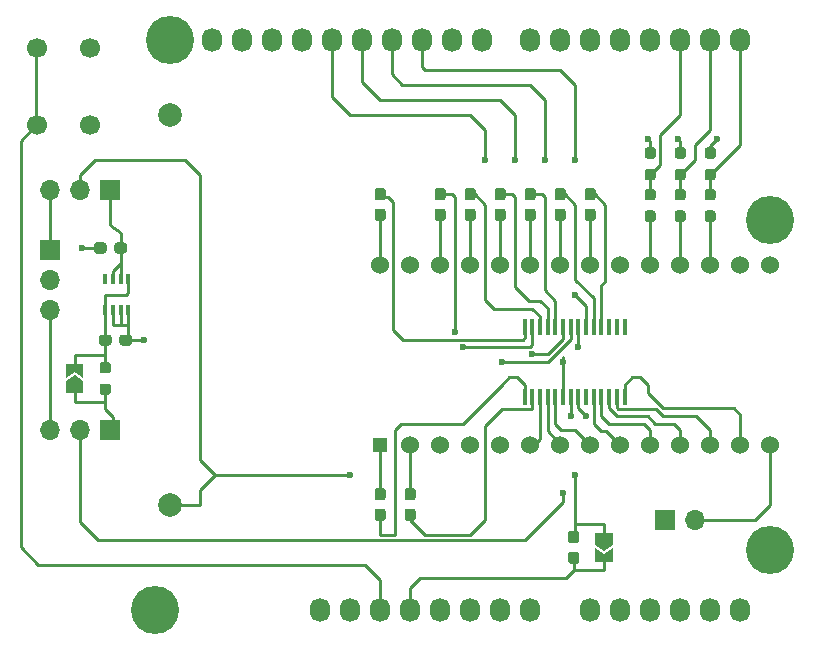
<source format=gtl>
G04 #@! TF.GenerationSoftware,KiCad,Pcbnew,5.1.12-84ad8e8a86~92~ubuntu20.04.1*
G04 #@! TF.CreationDate,2022-02-09T05:50:52+09:00*
G04 #@! TF.ProjectId,Akashi-09,416b6173-6869-42d3-9039-2e6b69636164,rev?*
G04 #@! TF.SameCoordinates,Original*
G04 #@! TF.FileFunction,Copper,L1,Top*
G04 #@! TF.FilePolarity,Positive*
%FSLAX46Y46*%
G04 Gerber Fmt 4.6, Leading zero omitted, Abs format (unit mm)*
G04 Created by KiCad (PCBNEW 5.1.12-84ad8e8a86~92~ubuntu20.04.1) date 2022-02-09 05:50:52*
%MOMM*%
%LPD*%
G01*
G04 APERTURE LIST*
G04 #@! TA.AperFunction,ComponentPad*
%ADD10C,2.000000*%
G04 #@! TD*
G04 #@! TA.AperFunction,SMDPad,CuDef*
%ADD11C,0.100000*%
G04 #@! TD*
G04 #@! TA.AperFunction,ComponentPad*
%ADD12O,1.700000X1.700000*%
G04 #@! TD*
G04 #@! TA.AperFunction,ComponentPad*
%ADD13R,1.700000X1.700000*%
G04 #@! TD*
G04 #@! TA.AperFunction,ComponentPad*
%ADD14C,1.524000*%
G04 #@! TD*
G04 #@! TA.AperFunction,ComponentPad*
%ADD15R,1.270000X1.270000*%
G04 #@! TD*
G04 #@! TA.AperFunction,SMDPad,CuDef*
%ADD16R,0.406400X0.876300*%
G04 #@! TD*
G04 #@! TA.AperFunction,ComponentPad*
%ADD17C,1.700000*%
G04 #@! TD*
G04 #@! TA.AperFunction,SMDPad,CuDef*
%ADD18R,0.355600X1.384300*%
G04 #@! TD*
G04 #@! TA.AperFunction,ComponentPad*
%ADD19O,1.727200X2.032000*%
G04 #@! TD*
G04 #@! TA.AperFunction,ComponentPad*
%ADD20C,4.064000*%
G04 #@! TD*
G04 #@! TA.AperFunction,ViaPad*
%ADD21C,0.600000*%
G04 #@! TD*
G04 #@! TA.AperFunction,Conductor*
%ADD22C,0.250000*%
G04 #@! TD*
G04 APERTURE END LIST*
D10*
G04 #@! TO.P,TP2,1*
G04 #@! TO.N,+3V3*
X126238000Y-114935000D03*
G04 #@! TD*
G04 #@! TO.P,TP1,1*
G04 #@! TO.N,GND*
X126238000Y-81915000D03*
G04 #@! TD*
G04 #@! TA.AperFunction,SMDPad,CuDef*
D11*
G04 #@! TO.P,JP5,1*
G04 #@! TO.N,+3V3*
G36*
X162998000Y-118840000D02*
G01*
X162248000Y-118340000D01*
X162248000Y-117340000D01*
X163748000Y-117340000D01*
X163748000Y-118340000D01*
X162998000Y-118840000D01*
G37*
G04 #@! TD.AperFunction*
G04 #@! TA.AperFunction,SMDPad,CuDef*
G04 #@! TO.P,JP5,2*
G04 #@! TO.N,/BASE_3.3V*
G36*
X162248000Y-119790000D02*
G01*
X162248000Y-118640000D01*
X162998000Y-119140000D01*
X163748000Y-118640000D01*
X163748000Y-119790000D01*
X162248000Y-119790000D01*
G37*
G04 #@! TD.AperFunction*
G04 #@! TD*
G04 #@! TO.P,D10,2*
G04 #@! TO.N,+3V3*
G04 #@! TA.AperFunction,SMDPad,CuDef*
G36*
G01*
X160635500Y-118215000D02*
X160160500Y-118215000D01*
G75*
G02*
X159923000Y-117977500I0J237500D01*
G01*
X159923000Y-117402500D01*
G75*
G02*
X160160500Y-117165000I237500J0D01*
G01*
X160635500Y-117165000D01*
G75*
G02*
X160873000Y-117402500I0J-237500D01*
G01*
X160873000Y-117977500D01*
G75*
G02*
X160635500Y-118215000I-237500J0D01*
G01*
G37*
G04 #@! TD.AperFunction*
G04 #@! TO.P,D10,1*
G04 #@! TO.N,/BASE_3.3V*
G04 #@! TA.AperFunction,SMDPad,CuDef*
G36*
G01*
X160635500Y-119965000D02*
X160160500Y-119965000D01*
G75*
G02*
X159923000Y-119727500I0J237500D01*
G01*
X159923000Y-119152500D01*
G75*
G02*
X160160500Y-118915000I237500J0D01*
G01*
X160635500Y-118915000D01*
G75*
G02*
X160873000Y-119152500I0J-237500D01*
G01*
X160873000Y-119727500D01*
G75*
G02*
X160635500Y-119965000I-237500J0D01*
G01*
G37*
G04 #@! TD.AperFunction*
G04 #@! TD*
D12*
G04 #@! TO.P,J2,3*
G04 #@! TO.N,Net-(J2-Pad3)*
X116078000Y-98425000D03*
G04 #@! TO.P,J2,2*
G04 #@! TO.N,GND*
X116078000Y-95885000D03*
D13*
G04 #@! TO.P,J2,1*
G04 #@! TO.N,Net-(J2-Pad1)*
X116078000Y-93345000D03*
G04 #@! TD*
D14*
G04 #@! TO.P,J1,28*
G04 #@! TO.N,/D_2*
X144018000Y-94615000D03*
G04 #@! TO.P,J1,27*
G04 #@! TO.N,Net-(J1-Pad27)*
X146558000Y-94615000D03*
G04 #@! TO.P,J1,26*
G04 #@! TO.N,/D_3*
X149098000Y-94615000D03*
G04 #@! TO.P,J1,25*
G04 #@! TO.N,/D_4*
X151638000Y-94615000D03*
G04 #@! TO.P,J1,24*
G04 #@! TO.N,/D_5*
X154178000Y-94615000D03*
G04 #@! TO.P,J1,23*
G04 #@! TO.N,/D_6*
X156718000Y-94615000D03*
G04 #@! TO.P,J1,22*
G04 #@! TO.N,/D_7*
X159258000Y-94615000D03*
G04 #@! TO.P,J1,21*
G04 #@! TO.N,/D_8*
X161798000Y-94615000D03*
G04 #@! TO.P,J1,20*
G04 #@! TO.N,Net-(J1-Pad20)*
X164338000Y-94615000D03*
G04 #@! TO.P,J1,19*
G04 #@! TO.N,/KEY3*
X166878000Y-94615000D03*
G04 #@! TO.P,J1,18*
G04 #@! TO.N,/KEY2*
X169418000Y-94615000D03*
G04 #@! TO.P,J1,17*
G04 #@! TO.N,/KEY1*
X171958000Y-94615000D03*
G04 #@! TO.P,J1,16*
G04 #@! TO.N,Net-(J1-Pad16)*
X174498000Y-94615000D03*
G04 #@! TO.P,J1,15*
G04 #@! TO.N,Net-(J1-Pad15)*
X177038000Y-94615000D03*
G04 #@! TO.P,J1,14*
G04 #@! TO.N,/+25V*
X177038000Y-109855000D03*
G04 #@! TO.P,J1,13*
G04 #@! TO.N,/SEG_DP*
X174498000Y-109855000D03*
G04 #@! TO.P,J1,12*
G04 #@! TO.N,/SEG_D*
X171958000Y-109855000D03*
G04 #@! TO.P,J1,11*
G04 #@! TO.N,/SEG_C*
X169418000Y-109855000D03*
G04 #@! TO.P,J1,10*
G04 #@! TO.N,/SEG_E*
X166878000Y-109855000D03*
G04 #@! TO.P,J1,9*
G04 #@! TO.N,/SEG_G*
X164338000Y-109855000D03*
G04 #@! TO.P,J1,8*
G04 #@! TO.N,/SEG_B*
X161798000Y-109855000D03*
G04 #@! TO.P,J1,7*
G04 #@! TO.N,/SEG_F*
X159258000Y-109855000D03*
G04 #@! TO.P,J1,6*
G04 #@! TO.N,/SEG_A*
X156718000Y-109855000D03*
G04 #@! TO.P,J1,5*
G04 #@! TO.N,Net-(J1-Pad5)*
X154178000Y-109855000D03*
G04 #@! TO.P,J1,4*
G04 #@! TO.N,GND*
X151638000Y-109855000D03*
G04 #@! TO.P,J1,3*
G04 #@! TO.N,Net-(J1-Pad3)*
X149098000Y-109855000D03*
G04 #@! TO.P,J1,2*
G04 #@! TO.N,/D_0*
X146558000Y-109855000D03*
D15*
G04 #@! TO.P,J1,1*
G04 #@! TO.N,/D_1*
X144018000Y-109855000D03*
G04 #@! TD*
D12*
G04 #@! TO.P,JP3,2*
G04 #@! TO.N,/+25V*
X170688000Y-116205000D03*
D13*
G04 #@! TO.P,JP3,1*
G04 #@! TO.N,/VBB*
X168148000Y-116205000D03*
G04 #@! TD*
D16*
G04 #@! TO.P,U2,8*
G04 #@! TO.N,Net-(U2-Pad8)*
X120748000Y-95800550D03*
G04 #@! TO.P,U2,7*
G04 #@! TO.N,Net-(C4-Pad1)*
X121397998Y-95800550D03*
G04 #@! TO.P,U2,6*
X122048000Y-95800550D03*
G04 #@! TO.P,U2,5*
G04 #@! TO.N,Net-(C3-Pad1)*
X122697998Y-95800550D03*
G04 #@! TO.P,U2,4*
G04 #@! TO.N,GND*
X122697998Y-98429450D03*
G04 #@! TO.P,U2,3*
X122048000Y-98429450D03*
G04 #@! TO.P,U2,2*
X121397998Y-98429450D03*
G04 #@! TO.P,U2,1*
G04 #@! TO.N,Net-(C3-Pad1)*
X120748000Y-98429450D03*
G04 #@! TD*
D17*
G04 #@! TO.P,SW1,1*
G04 #@! TO.N,GND*
X119448000Y-76315000D03*
G04 #@! TO.P,SW1,2*
X119448000Y-82815000D03*
G04 #@! TO.P,SW1,3*
G04 #@! TO.N,/nRESET*
X114948000Y-76315000D03*
G04 #@! TO.P,SW1,4*
X114948000Y-82815000D03*
G04 #@! TD*
G04 #@! TO.P,R16,2*
G04 #@! TO.N,Net-(JP1-Pad1)*
G04 #@! TA.AperFunction,SMDPad,CuDef*
G36*
G01*
X120510500Y-104690000D02*
X120985500Y-104690000D01*
G75*
G02*
X121223000Y-104927500I0J-237500D01*
G01*
X121223000Y-105427500D01*
G75*
G02*
X120985500Y-105665000I-237500J0D01*
G01*
X120510500Y-105665000D01*
G75*
G02*
X120273000Y-105427500I0J237500D01*
G01*
X120273000Y-104927500D01*
G75*
G02*
X120510500Y-104690000I237500J0D01*
G01*
G37*
G04 #@! TD.AperFunction*
G04 #@! TO.P,R16,1*
G04 #@! TO.N,Net-(C3-Pad1)*
G04 #@! TA.AperFunction,SMDPad,CuDef*
G36*
G01*
X120510500Y-102865000D02*
X120985500Y-102865000D01*
G75*
G02*
X121223000Y-103102500I0J-237500D01*
G01*
X121223000Y-103602500D01*
G75*
G02*
X120985500Y-103840000I-237500J0D01*
G01*
X120510500Y-103840000D01*
G75*
G02*
X120273000Y-103602500I0J237500D01*
G01*
X120273000Y-103102500D01*
G75*
G02*
X120510500Y-102865000I237500J0D01*
G01*
G37*
G04 #@! TD.AperFunction*
G04 #@! TD*
D12*
G04 #@! TO.P,JP2,3*
G04 #@! TO.N,Net-(J2-Pad1)*
X116078000Y-88265000D03*
G04 #@! TO.P,JP2,2*
G04 #@! TO.N,+3V3*
X118618000Y-88265000D03*
D13*
G04 #@! TO.P,JP2,1*
G04 #@! TO.N,Net-(C4-Pad1)*
X121158000Y-88265000D03*
G04 #@! TD*
G04 #@! TA.AperFunction,SMDPad,CuDef*
D11*
G04 #@! TO.P,JP4,1*
G04 #@! TO.N,Net-(JP1-Pad1)*
G36*
X118148000Y-103990000D02*
G01*
X118898000Y-104490000D01*
X118898000Y-105490000D01*
X117398000Y-105490000D01*
X117398000Y-104490000D01*
X118148000Y-103990000D01*
G37*
G04 #@! TD.AperFunction*
G04 #@! TA.AperFunction,SMDPad,CuDef*
G04 #@! TO.P,JP4,2*
G04 #@! TO.N,Net-(C3-Pad1)*
G36*
X118898000Y-103040000D02*
G01*
X118898000Y-104190000D01*
X118148000Y-103690000D01*
X117398000Y-104190000D01*
X117398000Y-103040000D01*
X118898000Y-103040000D01*
G37*
G04 #@! TD.AperFunction*
G04 #@! TD*
D12*
G04 #@! TO.P,JP1,3*
G04 #@! TO.N,Net-(J2-Pad3)*
X116078000Y-108585000D03*
G04 #@! TO.P,JP1,2*
G04 #@! TO.N,/VBB*
X118618000Y-108585000D03*
D13*
G04 #@! TO.P,JP1,1*
G04 #@! TO.N,Net-(JP1-Pad1)*
X121158000Y-108585000D03*
G04 #@! TD*
G04 #@! TO.P,C4,2*
G04 #@! TO.N,GND*
G04 #@! TA.AperFunction,SMDPad,CuDef*
G36*
G01*
X120860500Y-92977500D02*
X120860500Y-93452500D01*
G75*
G02*
X120623000Y-93690000I-237500J0D01*
G01*
X120023000Y-93690000D01*
G75*
G02*
X119785500Y-93452500I0J237500D01*
G01*
X119785500Y-92977500D01*
G75*
G02*
X120023000Y-92740000I237500J0D01*
G01*
X120623000Y-92740000D01*
G75*
G02*
X120860500Y-92977500I0J-237500D01*
G01*
G37*
G04 #@! TD.AperFunction*
G04 #@! TO.P,C4,1*
G04 #@! TO.N,Net-(C4-Pad1)*
G04 #@! TA.AperFunction,SMDPad,CuDef*
G36*
G01*
X122585500Y-92977500D02*
X122585500Y-93452500D01*
G75*
G02*
X122348000Y-93690000I-237500J0D01*
G01*
X121748000Y-93690000D01*
G75*
G02*
X121510500Y-93452500I0J237500D01*
G01*
X121510500Y-92977500D01*
G75*
G02*
X121748000Y-92740000I237500J0D01*
G01*
X122348000Y-92740000D01*
G75*
G02*
X122585500Y-92977500I0J-237500D01*
G01*
G37*
G04 #@! TD.AperFunction*
G04 #@! TD*
G04 #@! TO.P,C3,2*
G04 #@! TO.N,GND*
G04 #@! TA.AperFunction,SMDPad,CuDef*
G36*
G01*
X121935500Y-101252500D02*
X121935500Y-100777500D01*
G75*
G02*
X122173000Y-100540000I237500J0D01*
G01*
X122773000Y-100540000D01*
G75*
G02*
X123010500Y-100777500I0J-237500D01*
G01*
X123010500Y-101252500D01*
G75*
G02*
X122773000Y-101490000I-237500J0D01*
G01*
X122173000Y-101490000D01*
G75*
G02*
X121935500Y-101252500I0J237500D01*
G01*
G37*
G04 #@! TD.AperFunction*
G04 #@! TO.P,C3,1*
G04 #@! TO.N,Net-(C3-Pad1)*
G04 #@! TA.AperFunction,SMDPad,CuDef*
G36*
G01*
X120210500Y-101252500D02*
X120210500Y-100777500D01*
G75*
G02*
X120448000Y-100540000I237500J0D01*
G01*
X121048000Y-100540000D01*
G75*
G02*
X121285500Y-100777500I0J-237500D01*
G01*
X121285500Y-101252500D01*
G75*
G02*
X121048000Y-101490000I-237500J0D01*
G01*
X120448000Y-101490000D01*
G75*
G02*
X120210500Y-101252500I0J237500D01*
G01*
G37*
G04 #@! TD.AperFunction*
G04 #@! TD*
G04 #@! TO.P,R11,2*
G04 #@! TO.N,GND*
G04 #@! TA.AperFunction,SMDPad,CuDef*
G36*
G01*
X172195500Y-85657500D02*
X171720500Y-85657500D01*
G75*
G02*
X171483000Y-85420000I0J237500D01*
G01*
X171483000Y-84920000D01*
G75*
G02*
X171720500Y-84682500I237500J0D01*
G01*
X172195500Y-84682500D01*
G75*
G02*
X172433000Y-84920000I0J-237500D01*
G01*
X172433000Y-85420000D01*
G75*
G02*
X172195500Y-85657500I-237500J0D01*
G01*
G37*
G04 #@! TD.AperFunction*
G04 #@! TO.P,R11,1*
G04 #@! TO.N,/RKEY1*
G04 #@! TA.AperFunction,SMDPad,CuDef*
G36*
G01*
X172195500Y-87482500D02*
X171720500Y-87482500D01*
G75*
G02*
X171483000Y-87245000I0J237500D01*
G01*
X171483000Y-86745000D01*
G75*
G02*
X171720500Y-86507500I237500J0D01*
G01*
X172195500Y-86507500D01*
G75*
G02*
X172433000Y-86745000I0J-237500D01*
G01*
X172433000Y-87245000D01*
G75*
G02*
X172195500Y-87482500I-237500J0D01*
G01*
G37*
G04 #@! TD.AperFunction*
G04 #@! TD*
G04 #@! TO.P,R10,2*
G04 #@! TO.N,/RKEY1*
G04 #@! TA.AperFunction,SMDPad,CuDef*
G36*
G01*
X172195500Y-89187500D02*
X171720500Y-89187500D01*
G75*
G02*
X171483000Y-88950000I0J237500D01*
G01*
X171483000Y-88450000D01*
G75*
G02*
X171720500Y-88212500I237500J0D01*
G01*
X172195500Y-88212500D01*
G75*
G02*
X172433000Y-88450000I0J-237500D01*
G01*
X172433000Y-88950000D01*
G75*
G02*
X172195500Y-89187500I-237500J0D01*
G01*
G37*
G04 #@! TD.AperFunction*
G04 #@! TO.P,R10,1*
G04 #@! TO.N,/KEY1*
G04 #@! TA.AperFunction,SMDPad,CuDef*
G36*
G01*
X172195500Y-91012500D02*
X171720500Y-91012500D01*
G75*
G02*
X171483000Y-90775000I0J237500D01*
G01*
X171483000Y-90275000D01*
G75*
G02*
X171720500Y-90037500I237500J0D01*
G01*
X172195500Y-90037500D01*
G75*
G02*
X172433000Y-90275000I0J-237500D01*
G01*
X172433000Y-90775000D01*
G75*
G02*
X172195500Y-91012500I-237500J0D01*
G01*
G37*
G04 #@! TD.AperFunction*
G04 #@! TD*
G04 #@! TO.P,R13,2*
G04 #@! TO.N,GND*
G04 #@! TA.AperFunction,SMDPad,CuDef*
G36*
G01*
X169655500Y-85657500D02*
X169180500Y-85657500D01*
G75*
G02*
X168943000Y-85420000I0J237500D01*
G01*
X168943000Y-84920000D01*
G75*
G02*
X169180500Y-84682500I237500J0D01*
G01*
X169655500Y-84682500D01*
G75*
G02*
X169893000Y-84920000I0J-237500D01*
G01*
X169893000Y-85420000D01*
G75*
G02*
X169655500Y-85657500I-237500J0D01*
G01*
G37*
G04 #@! TD.AperFunction*
G04 #@! TO.P,R13,1*
G04 #@! TO.N,/RKEY2*
G04 #@! TA.AperFunction,SMDPad,CuDef*
G36*
G01*
X169655500Y-87482500D02*
X169180500Y-87482500D01*
G75*
G02*
X168943000Y-87245000I0J237500D01*
G01*
X168943000Y-86745000D01*
G75*
G02*
X169180500Y-86507500I237500J0D01*
G01*
X169655500Y-86507500D01*
G75*
G02*
X169893000Y-86745000I0J-237500D01*
G01*
X169893000Y-87245000D01*
G75*
G02*
X169655500Y-87482500I-237500J0D01*
G01*
G37*
G04 #@! TD.AperFunction*
G04 #@! TD*
G04 #@! TO.P,R12,2*
G04 #@! TO.N,/RKEY2*
G04 #@! TA.AperFunction,SMDPad,CuDef*
G36*
G01*
X169655500Y-89187500D02*
X169180500Y-89187500D01*
G75*
G02*
X168943000Y-88950000I0J237500D01*
G01*
X168943000Y-88450000D01*
G75*
G02*
X169180500Y-88212500I237500J0D01*
G01*
X169655500Y-88212500D01*
G75*
G02*
X169893000Y-88450000I0J-237500D01*
G01*
X169893000Y-88950000D01*
G75*
G02*
X169655500Y-89187500I-237500J0D01*
G01*
G37*
G04 #@! TD.AperFunction*
G04 #@! TO.P,R12,1*
G04 #@! TO.N,/KEY2*
G04 #@! TA.AperFunction,SMDPad,CuDef*
G36*
G01*
X169655500Y-91012500D02*
X169180500Y-91012500D01*
G75*
G02*
X168943000Y-90775000I0J237500D01*
G01*
X168943000Y-90275000D01*
G75*
G02*
X169180500Y-90037500I237500J0D01*
G01*
X169655500Y-90037500D01*
G75*
G02*
X169893000Y-90275000I0J-237500D01*
G01*
X169893000Y-90775000D01*
G75*
G02*
X169655500Y-91012500I-237500J0D01*
G01*
G37*
G04 #@! TD.AperFunction*
G04 #@! TD*
G04 #@! TO.P,R15,2*
G04 #@! TO.N,GND*
G04 #@! TA.AperFunction,SMDPad,CuDef*
G36*
G01*
X167115500Y-85657500D02*
X166640500Y-85657500D01*
G75*
G02*
X166403000Y-85420000I0J237500D01*
G01*
X166403000Y-84920000D01*
G75*
G02*
X166640500Y-84682500I237500J0D01*
G01*
X167115500Y-84682500D01*
G75*
G02*
X167353000Y-84920000I0J-237500D01*
G01*
X167353000Y-85420000D01*
G75*
G02*
X167115500Y-85657500I-237500J0D01*
G01*
G37*
G04 #@! TD.AperFunction*
G04 #@! TO.P,R15,1*
G04 #@! TO.N,/RKEY3*
G04 #@! TA.AperFunction,SMDPad,CuDef*
G36*
G01*
X167115500Y-87482500D02*
X166640500Y-87482500D01*
G75*
G02*
X166403000Y-87245000I0J237500D01*
G01*
X166403000Y-86745000D01*
G75*
G02*
X166640500Y-86507500I237500J0D01*
G01*
X167115500Y-86507500D01*
G75*
G02*
X167353000Y-86745000I0J-237500D01*
G01*
X167353000Y-87245000D01*
G75*
G02*
X167115500Y-87482500I-237500J0D01*
G01*
G37*
G04 #@! TD.AperFunction*
G04 #@! TD*
G04 #@! TO.P,R14,2*
G04 #@! TO.N,/RKEY3*
G04 #@! TA.AperFunction,SMDPad,CuDef*
G36*
G01*
X167115500Y-89187500D02*
X166640500Y-89187500D01*
G75*
G02*
X166403000Y-88950000I0J237500D01*
G01*
X166403000Y-88450000D01*
G75*
G02*
X166640500Y-88212500I237500J0D01*
G01*
X167115500Y-88212500D01*
G75*
G02*
X167353000Y-88450000I0J-237500D01*
G01*
X167353000Y-88950000D01*
G75*
G02*
X167115500Y-89187500I-237500J0D01*
G01*
G37*
G04 #@! TD.AperFunction*
G04 #@! TO.P,R14,1*
G04 #@! TO.N,/KEY3*
G04 #@! TA.AperFunction,SMDPad,CuDef*
G36*
G01*
X167115500Y-91012500D02*
X166640500Y-91012500D01*
G75*
G02*
X166403000Y-90775000I0J237500D01*
G01*
X166403000Y-90275000D01*
G75*
G02*
X166640500Y-90037500I237500J0D01*
G01*
X167115500Y-90037500D01*
G75*
G02*
X167353000Y-90275000I0J-237500D01*
G01*
X167353000Y-90775000D01*
G75*
G02*
X167115500Y-91012500I-237500J0D01*
G01*
G37*
G04 #@! TD.AperFunction*
G04 #@! TD*
G04 #@! TO.P,D1,2*
G04 #@! TO.N,Net-(D1-Pad2)*
G04 #@! TA.AperFunction,SMDPad,CuDef*
G36*
G01*
X146320500Y-115285000D02*
X146795500Y-115285000D01*
G75*
G02*
X147033000Y-115522500I0J-237500D01*
G01*
X147033000Y-116097500D01*
G75*
G02*
X146795500Y-116335000I-237500J0D01*
G01*
X146320500Y-116335000D01*
G75*
G02*
X146083000Y-116097500I0J237500D01*
G01*
X146083000Y-115522500D01*
G75*
G02*
X146320500Y-115285000I237500J0D01*
G01*
G37*
G04 #@! TD.AperFunction*
G04 #@! TO.P,D1,1*
G04 #@! TO.N,/D_0*
G04 #@! TA.AperFunction,SMDPad,CuDef*
G36*
G01*
X146320500Y-113535000D02*
X146795500Y-113535000D01*
G75*
G02*
X147033000Y-113772500I0J-237500D01*
G01*
X147033000Y-114347500D01*
G75*
G02*
X146795500Y-114585000I-237500J0D01*
G01*
X146320500Y-114585000D01*
G75*
G02*
X146083000Y-114347500I0J237500D01*
G01*
X146083000Y-113772500D01*
G75*
G02*
X146320500Y-113535000I237500J0D01*
G01*
G37*
G04 #@! TD.AperFunction*
G04 #@! TD*
G04 #@! TO.P,D4,2*
G04 #@! TO.N,Net-(D4-Pad2)*
G04 #@! TA.AperFunction,SMDPad,CuDef*
G36*
G01*
X149335500Y-89185000D02*
X148860500Y-89185000D01*
G75*
G02*
X148623000Y-88947500I0J237500D01*
G01*
X148623000Y-88372500D01*
G75*
G02*
X148860500Y-88135000I237500J0D01*
G01*
X149335500Y-88135000D01*
G75*
G02*
X149573000Y-88372500I0J-237500D01*
G01*
X149573000Y-88947500D01*
G75*
G02*
X149335500Y-89185000I-237500J0D01*
G01*
G37*
G04 #@! TD.AperFunction*
G04 #@! TO.P,D4,1*
G04 #@! TO.N,/D_3*
G04 #@! TA.AperFunction,SMDPad,CuDef*
G36*
G01*
X149335500Y-90935000D02*
X148860500Y-90935000D01*
G75*
G02*
X148623000Y-90697500I0J237500D01*
G01*
X148623000Y-90122500D01*
G75*
G02*
X148860500Y-89885000I237500J0D01*
G01*
X149335500Y-89885000D01*
G75*
G02*
X149573000Y-90122500I0J-237500D01*
G01*
X149573000Y-90697500D01*
G75*
G02*
X149335500Y-90935000I-237500J0D01*
G01*
G37*
G04 #@! TD.AperFunction*
G04 #@! TD*
G04 #@! TO.P,D6,2*
G04 #@! TO.N,Net-(D6-Pad2)*
G04 #@! TA.AperFunction,SMDPad,CuDef*
G36*
G01*
X154415500Y-89185000D02*
X153940500Y-89185000D01*
G75*
G02*
X153703000Y-88947500I0J237500D01*
G01*
X153703000Y-88372500D01*
G75*
G02*
X153940500Y-88135000I237500J0D01*
G01*
X154415500Y-88135000D01*
G75*
G02*
X154653000Y-88372500I0J-237500D01*
G01*
X154653000Y-88947500D01*
G75*
G02*
X154415500Y-89185000I-237500J0D01*
G01*
G37*
G04 #@! TD.AperFunction*
G04 #@! TO.P,D6,1*
G04 #@! TO.N,/D_5*
G04 #@! TA.AperFunction,SMDPad,CuDef*
G36*
G01*
X154415500Y-90935000D02*
X153940500Y-90935000D01*
G75*
G02*
X153703000Y-90697500I0J237500D01*
G01*
X153703000Y-90122500D01*
G75*
G02*
X153940500Y-89885000I237500J0D01*
G01*
X154415500Y-89885000D01*
G75*
G02*
X154653000Y-90122500I0J-237500D01*
G01*
X154653000Y-90697500D01*
G75*
G02*
X154415500Y-90935000I-237500J0D01*
G01*
G37*
G04 #@! TD.AperFunction*
G04 #@! TD*
G04 #@! TO.P,D8,2*
G04 #@! TO.N,Net-(D8-Pad2)*
G04 #@! TA.AperFunction,SMDPad,CuDef*
G36*
G01*
X159495500Y-89185000D02*
X159020500Y-89185000D01*
G75*
G02*
X158783000Y-88947500I0J237500D01*
G01*
X158783000Y-88372500D01*
G75*
G02*
X159020500Y-88135000I237500J0D01*
G01*
X159495500Y-88135000D01*
G75*
G02*
X159733000Y-88372500I0J-237500D01*
G01*
X159733000Y-88947500D01*
G75*
G02*
X159495500Y-89185000I-237500J0D01*
G01*
G37*
G04 #@! TD.AperFunction*
G04 #@! TO.P,D8,1*
G04 #@! TO.N,/D_7*
G04 #@! TA.AperFunction,SMDPad,CuDef*
G36*
G01*
X159495500Y-90935000D02*
X159020500Y-90935000D01*
G75*
G02*
X158783000Y-90697500I0J237500D01*
G01*
X158783000Y-90122500D01*
G75*
G02*
X159020500Y-89885000I237500J0D01*
G01*
X159495500Y-89885000D01*
G75*
G02*
X159733000Y-90122500I0J-237500D01*
G01*
X159733000Y-90697500D01*
G75*
G02*
X159495500Y-90935000I-237500J0D01*
G01*
G37*
G04 #@! TD.AperFunction*
G04 #@! TD*
G04 #@! TO.P,D2,2*
G04 #@! TO.N,Net-(D2-Pad2)*
G04 #@! TA.AperFunction,SMDPad,CuDef*
G36*
G01*
X143780500Y-115285000D02*
X144255500Y-115285000D01*
G75*
G02*
X144493000Y-115522500I0J-237500D01*
G01*
X144493000Y-116097500D01*
G75*
G02*
X144255500Y-116335000I-237500J0D01*
G01*
X143780500Y-116335000D01*
G75*
G02*
X143543000Y-116097500I0J237500D01*
G01*
X143543000Y-115522500D01*
G75*
G02*
X143780500Y-115285000I237500J0D01*
G01*
G37*
G04 #@! TD.AperFunction*
G04 #@! TO.P,D2,1*
G04 #@! TO.N,/D_1*
G04 #@! TA.AperFunction,SMDPad,CuDef*
G36*
G01*
X143780500Y-113535000D02*
X144255500Y-113535000D01*
G75*
G02*
X144493000Y-113772500I0J-237500D01*
G01*
X144493000Y-114347500D01*
G75*
G02*
X144255500Y-114585000I-237500J0D01*
G01*
X143780500Y-114585000D01*
G75*
G02*
X143543000Y-114347500I0J237500D01*
G01*
X143543000Y-113772500D01*
G75*
G02*
X143780500Y-113535000I237500J0D01*
G01*
G37*
G04 #@! TD.AperFunction*
G04 #@! TD*
G04 #@! TO.P,D3,2*
G04 #@! TO.N,Net-(D3-Pad2)*
G04 #@! TA.AperFunction,SMDPad,CuDef*
G36*
G01*
X144255500Y-89185000D02*
X143780500Y-89185000D01*
G75*
G02*
X143543000Y-88947500I0J237500D01*
G01*
X143543000Y-88372500D01*
G75*
G02*
X143780500Y-88135000I237500J0D01*
G01*
X144255500Y-88135000D01*
G75*
G02*
X144493000Y-88372500I0J-237500D01*
G01*
X144493000Y-88947500D01*
G75*
G02*
X144255500Y-89185000I-237500J0D01*
G01*
G37*
G04 #@! TD.AperFunction*
G04 #@! TO.P,D3,1*
G04 #@! TO.N,/D_2*
G04 #@! TA.AperFunction,SMDPad,CuDef*
G36*
G01*
X144255500Y-90935000D02*
X143780500Y-90935000D01*
G75*
G02*
X143543000Y-90697500I0J237500D01*
G01*
X143543000Y-90122500D01*
G75*
G02*
X143780500Y-89885000I237500J0D01*
G01*
X144255500Y-89885000D01*
G75*
G02*
X144493000Y-90122500I0J-237500D01*
G01*
X144493000Y-90697500D01*
G75*
G02*
X144255500Y-90935000I-237500J0D01*
G01*
G37*
G04 #@! TD.AperFunction*
G04 #@! TD*
G04 #@! TO.P,D5,2*
G04 #@! TO.N,Net-(D5-Pad2)*
G04 #@! TA.AperFunction,SMDPad,CuDef*
G36*
G01*
X151875500Y-89185000D02*
X151400500Y-89185000D01*
G75*
G02*
X151163000Y-88947500I0J237500D01*
G01*
X151163000Y-88372500D01*
G75*
G02*
X151400500Y-88135000I237500J0D01*
G01*
X151875500Y-88135000D01*
G75*
G02*
X152113000Y-88372500I0J-237500D01*
G01*
X152113000Y-88947500D01*
G75*
G02*
X151875500Y-89185000I-237500J0D01*
G01*
G37*
G04 #@! TD.AperFunction*
G04 #@! TO.P,D5,1*
G04 #@! TO.N,/D_4*
G04 #@! TA.AperFunction,SMDPad,CuDef*
G36*
G01*
X151875500Y-90935000D02*
X151400500Y-90935000D01*
G75*
G02*
X151163000Y-90697500I0J237500D01*
G01*
X151163000Y-90122500D01*
G75*
G02*
X151400500Y-89885000I237500J0D01*
G01*
X151875500Y-89885000D01*
G75*
G02*
X152113000Y-90122500I0J-237500D01*
G01*
X152113000Y-90697500D01*
G75*
G02*
X151875500Y-90935000I-237500J0D01*
G01*
G37*
G04 #@! TD.AperFunction*
G04 #@! TD*
G04 #@! TO.P,D7,2*
G04 #@! TO.N,Net-(D7-Pad2)*
G04 #@! TA.AperFunction,SMDPad,CuDef*
G36*
G01*
X156955500Y-89185000D02*
X156480500Y-89185000D01*
G75*
G02*
X156243000Y-88947500I0J237500D01*
G01*
X156243000Y-88372500D01*
G75*
G02*
X156480500Y-88135000I237500J0D01*
G01*
X156955500Y-88135000D01*
G75*
G02*
X157193000Y-88372500I0J-237500D01*
G01*
X157193000Y-88947500D01*
G75*
G02*
X156955500Y-89185000I-237500J0D01*
G01*
G37*
G04 #@! TD.AperFunction*
G04 #@! TO.P,D7,1*
G04 #@! TO.N,/D_6*
G04 #@! TA.AperFunction,SMDPad,CuDef*
G36*
G01*
X156955500Y-90935000D02*
X156480500Y-90935000D01*
G75*
G02*
X156243000Y-90697500I0J237500D01*
G01*
X156243000Y-90122500D01*
G75*
G02*
X156480500Y-89885000I237500J0D01*
G01*
X156955500Y-89885000D01*
G75*
G02*
X157193000Y-90122500I0J-237500D01*
G01*
X157193000Y-90697500D01*
G75*
G02*
X156955500Y-90935000I-237500J0D01*
G01*
G37*
G04 #@! TD.AperFunction*
G04 #@! TD*
G04 #@! TO.P,D9,2*
G04 #@! TO.N,Net-(D9-Pad2)*
G04 #@! TA.AperFunction,SMDPad,CuDef*
G36*
G01*
X162035500Y-89185000D02*
X161560500Y-89185000D01*
G75*
G02*
X161323000Y-88947500I0J237500D01*
G01*
X161323000Y-88372500D01*
G75*
G02*
X161560500Y-88135000I237500J0D01*
G01*
X162035500Y-88135000D01*
G75*
G02*
X162273000Y-88372500I0J-237500D01*
G01*
X162273000Y-88947500D01*
G75*
G02*
X162035500Y-89185000I-237500J0D01*
G01*
G37*
G04 #@! TD.AperFunction*
G04 #@! TO.P,D9,1*
G04 #@! TO.N,/D_8*
G04 #@! TA.AperFunction,SMDPad,CuDef*
G36*
G01*
X162035500Y-90935000D02*
X161560500Y-90935000D01*
G75*
G02*
X161323000Y-90697500I0J237500D01*
G01*
X161323000Y-90122500D01*
G75*
G02*
X161560500Y-89885000I237500J0D01*
G01*
X162035500Y-89885000D01*
G75*
G02*
X162273000Y-90122500I0J-237500D01*
G01*
X162273000Y-90697500D01*
G75*
G02*
X162035500Y-90935000I-237500J0D01*
G01*
G37*
G04 #@! TD.AperFunction*
G04 #@! TD*
D18*
G04 #@! TO.P,U1,28*
G04 #@! TO.N,Net-(D3-Pad2)*
X156258000Y-99934950D03*
G04 #@! TO.P,U1,27*
G04 #@! TO.N,Net-(D4-Pad2)*
X156908001Y-99934950D03*
G04 #@! TO.P,U1,26*
G04 #@! TO.N,Net-(D5-Pad2)*
X157558000Y-99934950D03*
G04 #@! TO.P,U1,25*
G04 #@! TO.N,Net-(D6-Pad2)*
X158208001Y-99934950D03*
G04 #@! TO.P,U1,24*
G04 #@! TO.N,Net-(D7-Pad2)*
X158857999Y-99934950D03*
G04 #@! TO.P,U1,23*
G04 #@! TO.N,/LOAD*
X159508001Y-99934950D03*
G04 #@! TO.P,U1,22*
G04 #@! TO.N,/SCK*
X160157999Y-99934950D03*
G04 #@! TO.P,U1,21*
G04 #@! TO.N,GND*
X160808001Y-99934950D03*
G04 #@! TO.P,U1,20*
G04 #@! TO.N,/BLANK*
X161457999Y-99934950D03*
G04 #@! TO.P,U1,19*
G04 #@! TO.N,Net-(D8-Pad2)*
X162108001Y-99934950D03*
G04 #@! TO.P,U1,18*
G04 #@! TO.N,Net-(D9-Pad2)*
X162757999Y-99934950D03*
G04 #@! TO.P,U1,17*
G04 #@! TO.N,Net-(U1-Pad17)*
X163408000Y-99934950D03*
G04 #@! TO.P,U1,16*
G04 #@! TO.N,Net-(U1-Pad16)*
X164057999Y-99934950D03*
G04 #@! TO.P,U1,15*
G04 #@! TO.N,Net-(U1-Pad15)*
X164708000Y-99934950D03*
G04 #@! TO.P,U1,14*
G04 #@! TO.N,/SEG_DP*
X164707998Y-105815050D03*
G04 #@! TO.P,U1,13*
G04 #@! TO.N,/SEG_D*
X164057999Y-105815050D03*
G04 #@! TO.P,U1,12*
G04 #@! TO.N,/SEG_C*
X163407998Y-105815050D03*
G04 #@! TO.P,U1,11*
G04 #@! TO.N,/SEG_E*
X162757999Y-105815050D03*
G04 #@! TO.P,U1,10*
G04 #@! TO.N,/SEG_G*
X162107998Y-105815050D03*
G04 #@! TO.P,U1,9*
G04 #@! TO.N,Net-(U1-Pad9)*
X161457999Y-105815050D03*
G04 #@! TO.P,U1,8*
G04 #@! TO.N,/VBB*
X160807998Y-105815050D03*
G04 #@! TO.P,U1,7*
G04 #@! TO.N,+3V3*
X160157999Y-105815050D03*
G04 #@! TO.P,U1,6*
G04 #@! TO.N,/MOSI*
X159508001Y-105815050D03*
G04 #@! TO.P,U1,5*
G04 #@! TO.N,/SEG_B*
X158857999Y-105815050D03*
G04 #@! TO.P,U1,4*
G04 #@! TO.N,/SEG_F*
X158208001Y-105815050D03*
G04 #@! TO.P,U1,3*
G04 #@! TO.N,/SEG_A*
X157558000Y-105815050D03*
G04 #@! TO.P,U1,2*
G04 #@! TO.N,Net-(D1-Pad2)*
X156908001Y-105815050D03*
G04 #@! TO.P,U1,1*
G04 #@! TO.N,Net-(D2-Pad2)*
X156258000Y-105815050D03*
G04 #@! TD*
D19*
G04 #@! TO.P,P1,1*
G04 #@! TO.N,Net-(P1-Pad1)*
X138938000Y-123825000D03*
G04 #@! TO.P,P1,2*
G04 #@! TO.N,Net-(P1-Pad2)*
X141478000Y-123825000D03*
G04 #@! TO.P,P1,3*
G04 #@! TO.N,/nRESET*
X144018000Y-123825000D03*
G04 #@! TO.P,P1,4*
G04 #@! TO.N,/BASE_3.3V*
X146558000Y-123825000D03*
G04 #@! TO.P,P1,5*
G04 #@! TO.N,Net-(P1-Pad5)*
X149098000Y-123825000D03*
G04 #@! TO.P,P1,6*
G04 #@! TO.N,GND*
X151638000Y-123825000D03*
G04 #@! TO.P,P1,7*
X154178000Y-123825000D03*
G04 #@! TO.P,P1,8*
G04 #@! TO.N,Net-(P1-Pad8)*
X156718000Y-123825000D03*
G04 #@! TD*
G04 #@! TO.P,P2,1*
G04 #@! TO.N,Net-(P2-Pad1)*
X161798000Y-123825000D03*
G04 #@! TO.P,P2,2*
G04 #@! TO.N,Net-(P2-Pad2)*
X164338000Y-123825000D03*
G04 #@! TO.P,P2,3*
G04 #@! TO.N,Net-(P2-Pad3)*
X166878000Y-123825000D03*
G04 #@! TO.P,P2,4*
G04 #@! TO.N,Net-(P2-Pad4)*
X169418000Y-123825000D03*
G04 #@! TO.P,P2,5*
G04 #@! TO.N,Net-(P2-Pad5)*
X171958000Y-123825000D03*
G04 #@! TO.P,P2,6*
G04 #@! TO.N,Net-(P2-Pad6)*
X174498000Y-123825000D03*
G04 #@! TD*
G04 #@! TO.P,P3,1*
G04 #@! TO.N,Net-(P3-Pad1)*
X129794000Y-75565000D03*
G04 #@! TO.P,P3,2*
G04 #@! TO.N,Net-(P3-Pad2)*
X132334000Y-75565000D03*
G04 #@! TO.P,P3,3*
G04 #@! TO.N,Net-(P3-Pad3)*
X134874000Y-75565000D03*
G04 #@! TO.P,P3,4*
G04 #@! TO.N,GND*
X137414000Y-75565000D03*
G04 #@! TO.P,P3,5*
G04 #@! TO.N,/SCK*
X139954000Y-75565000D03*
G04 #@! TO.P,P3,6*
G04 #@! TO.N,/LOAD*
X142494000Y-75565000D03*
G04 #@! TO.P,P3,7*
G04 #@! TO.N,/MOSI*
X145034000Y-75565000D03*
G04 #@! TO.P,P3,8*
G04 #@! TO.N,/BLANK*
X147574000Y-75565000D03*
G04 #@! TO.P,P3,9*
G04 #@! TO.N,Net-(P3-Pad9)*
X150114000Y-75565000D03*
G04 #@! TO.P,P3,10*
G04 #@! TO.N,Net-(P3-Pad10)*
X152654000Y-75565000D03*
G04 #@! TD*
G04 #@! TO.P,P4,1*
G04 #@! TO.N,Net-(P4-Pad1)*
X156718000Y-75565000D03*
G04 #@! TO.P,P4,2*
G04 #@! TO.N,Net-(P4-Pad2)*
X159258000Y-75565000D03*
G04 #@! TO.P,P4,3*
G04 #@! TO.N,Net-(P4-Pad3)*
X161798000Y-75565000D03*
G04 #@! TO.P,P4,4*
G04 #@! TO.N,Net-(P4-Pad4)*
X164338000Y-75565000D03*
G04 #@! TO.P,P4,5*
G04 #@! TO.N,Net-(P4-Pad5)*
X166878000Y-75565000D03*
G04 #@! TO.P,P4,6*
G04 #@! TO.N,/RKEY3*
X169418000Y-75565000D03*
G04 #@! TO.P,P4,7*
G04 #@! TO.N,/RKEY2*
X171958000Y-75565000D03*
G04 #@! TO.P,P4,8*
G04 #@! TO.N,/RKEY1*
X174498000Y-75565000D03*
G04 #@! TD*
D20*
G04 #@! TO.P,P5,1*
G04 #@! TO.N,Net-(P5-Pad1)*
X124968000Y-123825000D03*
G04 #@! TD*
G04 #@! TO.P,P6,1*
G04 #@! TO.N,Net-(P6-Pad1)*
X177038000Y-118745000D03*
G04 #@! TD*
G04 #@! TO.P,P7,1*
G04 #@! TO.N,Net-(P7-Pad1)*
X126238000Y-75565000D03*
G04 #@! TD*
G04 #@! TO.P,P8,1*
G04 #@! TO.N,Net-(P8-Pad1)*
X177038000Y-90805000D03*
G04 #@! TD*
D21*
G04 #@! TO.N,GND*
X160808000Y-101575000D03*
X169258000Y-84025000D03*
X166658000Y-84025000D03*
X172508000Y-84025000D03*
X123998000Y-101015000D03*
X118798000Y-93215000D03*
G04 #@! TO.N,+3V3*
X160158000Y-107425000D03*
X160528000Y-112395000D03*
X141478000Y-112395000D03*
G04 #@! TO.N,/SCK*
X152908000Y-85725000D03*
X154308000Y-102875000D03*
G04 #@! TO.N,/LOAD*
X155448000Y-85725000D03*
X156908000Y-102225000D03*
G04 #@! TO.N,/MOSI*
X159508001Y-102874999D03*
X157988000Y-85725000D03*
G04 #@! TO.N,/BLANK*
X160528000Y-97155000D03*
X160528000Y-85725000D03*
G04 #@! TO.N,Net-(D4-Pad2)*
X150368000Y-100330000D03*
X151003000Y-101600000D03*
G04 #@! TO.N,/VBB*
X161458000Y-107425000D03*
X159508000Y-113925000D03*
G04 #@! TD*
D22*
G04 #@! TO.N,GND*
X160808001Y-101574999D02*
X160808000Y-101575000D01*
X160808001Y-99934950D02*
X160808001Y-101574999D01*
X169418000Y-84185000D02*
X169258000Y-84025000D01*
X169418000Y-85170000D02*
X169418000Y-84185000D01*
X166878000Y-85170000D02*
X166878000Y-84245000D01*
X166878000Y-84245000D02*
X166658000Y-84025000D01*
X171958000Y-84575000D02*
X172508000Y-84025000D01*
X171958000Y-85170000D02*
X171958000Y-84575000D01*
X122697998Y-101014998D02*
X122698000Y-101015000D01*
X122473000Y-101015000D02*
X123998000Y-101015000D01*
X122697998Y-100364998D02*
X122697998Y-101014998D01*
X122697998Y-98415000D02*
X122697998Y-100364998D01*
X121397998Y-99714998D02*
X122048000Y-99715000D01*
X121398000Y-98415000D02*
X121397998Y-99714998D01*
X122048000Y-98415000D02*
X122048000Y-99715000D01*
X122048000Y-99715000D02*
X122697998Y-99715002D01*
X120323000Y-93215000D02*
X118798000Y-93215000D01*
G04 #@! TO.N,+3V3*
X160157999Y-107424999D02*
X160158000Y-107425000D01*
X160157999Y-105815050D02*
X160157999Y-107424999D01*
X160528000Y-112395000D02*
X160528000Y-116205000D01*
X118618000Y-86995000D02*
X118618000Y-88265000D01*
X119888000Y-85725000D02*
X118618000Y-86995000D01*
X127508000Y-85725000D02*
X119888000Y-85725000D01*
X128778000Y-111125000D02*
X128778000Y-86995000D01*
X128778000Y-86995000D02*
X127508000Y-85725000D01*
X130048000Y-112395000D02*
X128778000Y-111125000D01*
X141478000Y-112395000D02*
X130048000Y-112395000D01*
X160528000Y-117785000D02*
X160398000Y-117915000D01*
X162998000Y-117840000D02*
X162998000Y-116615000D01*
X162998000Y-116615000D02*
X160658000Y-116615000D01*
X160658000Y-116615000D02*
X160528000Y-116485000D01*
X160528000Y-116485000D02*
X160528000Y-117785000D01*
X160528000Y-116205000D02*
X160528000Y-116485000D01*
X126238000Y-114935000D02*
X128778000Y-114935000D01*
X128778000Y-114935000D02*
X128778000Y-113665000D01*
X128778000Y-113665000D02*
X130048000Y-112395000D01*
G04 #@! TO.N,/KEY3*
X166878000Y-90525000D02*
X166878000Y-94615000D01*
G04 #@! TO.N,/KEY2*
X169418000Y-90525000D02*
X169418000Y-94615000D01*
G04 #@! TO.N,/KEY1*
X171958000Y-90525000D02*
X171958000Y-94615000D01*
G04 #@! TO.N,/+25V*
X177038000Y-109855000D02*
X177038000Y-114935000D01*
X177038000Y-114935000D02*
X175768000Y-116205000D01*
X175768000Y-116205000D02*
X170688000Y-116205000D01*
G04 #@! TO.N,/SEG_DP*
X164707998Y-105815050D02*
X164707998Y-104825002D01*
X164707998Y-104825002D02*
X165358000Y-104175000D01*
X165358000Y-104175000D02*
X166008000Y-104175000D01*
X166008000Y-104175000D02*
X166658000Y-104825000D01*
X166658000Y-104825000D02*
X166658000Y-105475000D01*
X166658000Y-105475000D02*
X167308000Y-106125000D01*
X167308000Y-106125000D02*
X167958000Y-106775000D01*
X167958000Y-106775000D02*
X171858000Y-106775000D01*
X171858000Y-106775000D02*
X173958000Y-106775000D01*
X173958000Y-106775000D02*
X174498000Y-107315000D01*
X174498000Y-107315000D02*
X174498000Y-109855000D01*
G04 #@! TO.N,/SEG_D*
X164133000Y-106832201D02*
X167365201Y-106832201D01*
X164057999Y-106757200D02*
X164133000Y-106832201D01*
X164057999Y-105815050D02*
X164057999Y-106757200D01*
X167365201Y-106832201D02*
X167958000Y-107425000D01*
X167958000Y-107425000D02*
X170798000Y-107425000D01*
X170798000Y-107425000D02*
X171958000Y-108585000D01*
X171958000Y-108585000D02*
X171958000Y-109855000D01*
G04 #@! TO.N,/SEG_C*
X163407998Y-105815050D02*
X163407998Y-106774998D01*
X163407998Y-106774998D02*
X164058000Y-107425000D01*
X164058000Y-107425000D02*
X166658000Y-107425000D01*
X166658000Y-107425000D02*
X167308000Y-108075000D01*
X167308000Y-108075000D02*
X168608000Y-108075000D01*
X168608000Y-108075000D02*
X168908000Y-108075000D01*
X168908000Y-108075000D02*
X169418000Y-108585000D01*
X169418000Y-108585000D02*
X169418000Y-109855000D01*
G04 #@! TO.N,/SEG_E*
X162757999Y-105815050D02*
X162758000Y-106757201D01*
X162758000Y-106757201D02*
X162758000Y-107425000D01*
X162758000Y-107425000D02*
X163408000Y-108075000D01*
X163408000Y-108075000D02*
X166368000Y-108075000D01*
X166368000Y-108075000D02*
X166878000Y-108585000D01*
X166878000Y-108585000D02*
X166878000Y-109855000D01*
G04 #@! TO.N,/SEG_G*
X162107998Y-105815050D02*
X162107998Y-108074998D01*
X162107998Y-108074998D02*
X162709111Y-108676111D01*
X162709111Y-108676111D02*
X163159111Y-108676111D01*
X163159111Y-108676111D02*
X164338000Y-109855000D01*
G04 #@! TO.N,/SEG_B*
X158857999Y-105815050D02*
X158857999Y-106757200D01*
X158857999Y-106757200D02*
X158857999Y-108074999D01*
X158857999Y-108074999D02*
X159368000Y-108585000D01*
X159368000Y-108585000D02*
X160528000Y-108585000D01*
X160528000Y-108585000D02*
X161798000Y-109855000D01*
G04 #@! TO.N,/SEG_F*
X158208001Y-105815050D02*
X158208001Y-108725001D01*
X158208001Y-108725001D02*
X159508000Y-110025000D01*
G04 #@! TO.N,/SEG_A*
X157558000Y-105815050D02*
X157558000Y-109375000D01*
X157558000Y-109375000D02*
X156908000Y-110025000D01*
G04 #@! TO.N,/SCK*
X152908000Y-84455000D02*
X152908000Y-85725000D01*
X158208000Y-102875000D02*
X160157999Y-100877100D01*
X160157999Y-100877100D02*
X160157999Y-99934950D01*
X154308000Y-102875000D02*
X158208000Y-102875000D01*
X139954000Y-75565000D02*
X139954000Y-80391000D01*
X139954000Y-80391000D02*
X141478000Y-81915000D01*
X141478000Y-81915000D02*
X151638000Y-81915000D01*
X152908000Y-83185000D02*
X152908000Y-84455000D01*
X151638000Y-81915000D02*
X152908000Y-83185000D01*
G04 #@! TO.N,/LOAD*
X155448000Y-84455000D02*
X155448000Y-85725000D01*
X159508001Y-100877100D02*
X159508001Y-99934950D01*
X158208000Y-102225000D02*
X159508001Y-100877100D01*
X156908000Y-102225000D02*
X158208000Y-102225000D01*
X142494000Y-75565000D02*
X142494000Y-79121000D01*
X142494000Y-79121000D02*
X144018000Y-80645000D01*
X144018000Y-80645000D02*
X154178000Y-80645000D01*
X154178000Y-80645000D02*
X155448000Y-81915000D01*
X155448000Y-81915000D02*
X155448000Y-84455000D01*
G04 #@! TO.N,/MOSI*
X159508001Y-102410982D02*
X159508001Y-105815050D01*
X159508001Y-102874999D02*
X159508001Y-102410982D01*
X157988000Y-80645000D02*
X157988000Y-84455000D01*
X156718000Y-79375000D02*
X157988000Y-80645000D01*
X145908000Y-79375000D02*
X156718000Y-79375000D01*
X157988000Y-84455000D02*
X157988000Y-85725000D01*
X145034000Y-78501000D02*
X145908000Y-79375000D01*
X145034000Y-75565000D02*
X145034000Y-78501000D01*
G04 #@! TO.N,/BLANK*
X161457999Y-99934950D02*
X161458000Y-98992799D01*
X161458000Y-98992799D02*
X161458000Y-98085000D01*
X161458000Y-98085000D02*
X160528000Y-97155000D01*
X160528000Y-79375000D02*
X160528000Y-84455000D01*
X159258000Y-78105000D02*
X160528000Y-79375000D01*
X160528000Y-84455000D02*
X160528000Y-85725000D01*
X147828000Y-78105000D02*
X159258000Y-78105000D01*
X147574000Y-77851000D02*
X147828000Y-78105000D01*
X147574000Y-75565000D02*
X147574000Y-77851000D01*
G04 #@! TO.N,Net-(D4-Pad2)*
X149098000Y-88660000D02*
X150128000Y-88660000D01*
X150128000Y-88660000D02*
X150368000Y-88900000D01*
X150368000Y-88900000D02*
X150368000Y-93980000D01*
X150368000Y-93980000D02*
X150368000Y-100330000D01*
X156083000Y-101600000D02*
X151003000Y-101600000D01*
X156718000Y-101600000D02*
X156083000Y-101600000D01*
X156908000Y-101410000D02*
X156718000Y-101600000D01*
X156908001Y-99934950D02*
X156908000Y-101410000D01*
G04 #@! TO.N,Net-(D8-Pad2)*
X159653000Y-88660000D02*
X159258000Y-88660000D01*
X160528000Y-89535000D02*
X159653000Y-88660000D01*
X160528000Y-95885000D02*
X160528000Y-89535000D01*
X162108001Y-97465001D02*
X160528000Y-95885000D01*
X162108001Y-99934950D02*
X162108001Y-97465001D01*
G04 #@! TO.N,Net-(D3-Pad2)*
X156258000Y-99934950D02*
X156258000Y-100790000D01*
X156258000Y-100790000D02*
X156083000Y-100965000D01*
X156083000Y-100965000D02*
X145923000Y-100965000D01*
X145105001Y-100147001D02*
X145105001Y-89352001D01*
X145923000Y-100965000D02*
X145105001Y-100147001D01*
X145105001Y-89352001D02*
X144653000Y-88900000D01*
X144653000Y-88900000D02*
X144018000Y-88900000D01*
G04 #@! TO.N,Net-(D7-Pad2)*
X158857999Y-97674999D02*
X158857999Y-99934950D01*
X157988000Y-96805000D02*
X158857999Y-97674999D01*
X157988000Y-88900000D02*
X157988000Y-96805000D01*
X157748000Y-88660000D02*
X157988000Y-88900000D01*
X156718000Y-88660000D02*
X157748000Y-88660000D01*
G04 #@! TO.N,Net-(D2-Pad2)*
X156258000Y-105815050D02*
X156258000Y-104825000D01*
X156258000Y-104825000D02*
X155608000Y-104175000D01*
X155608000Y-104175000D02*
X154958000Y-104175000D01*
X154958000Y-104175000D02*
X154308000Y-104825000D01*
X154308000Y-104825000D02*
X151058000Y-108075000D01*
X151058000Y-108075000D02*
X145798000Y-108075000D01*
X145798000Y-108075000D02*
X145288000Y-108585000D01*
X145288000Y-108585000D02*
X145288000Y-117475000D01*
X145288000Y-117475000D02*
X144018000Y-117475000D01*
X144018000Y-117475000D02*
X144018000Y-116205000D01*
G04 #@! TO.N,Net-(D6-Pad2)*
X157558000Y-97675000D02*
X158208001Y-98325001D01*
X156603000Y-97675000D02*
X157558000Y-97675000D01*
X158208001Y-98325001D02*
X158208001Y-99934950D01*
X155448000Y-96520000D02*
X156603000Y-97675000D01*
X155448000Y-88900000D02*
X155448000Y-96520000D01*
X155208000Y-88660000D02*
X155448000Y-88900000D01*
X154178000Y-88660000D02*
X155208000Y-88660000D01*
G04 #@! TO.N,Net-(D1-Pad2)*
X156908001Y-105815050D02*
X156908000Y-106757201D01*
X156833000Y-106832201D02*
X154365201Y-106832201D01*
X156908000Y-106757201D02*
X156833000Y-106832201D01*
X154365201Y-106832201D02*
X152908000Y-108289402D01*
X152908000Y-108289402D02*
X152908000Y-116205000D01*
X152908000Y-116205000D02*
X151638000Y-117475000D01*
X151638000Y-117475000D02*
X147828000Y-117475000D01*
X147828000Y-117475000D02*
X146558000Y-116205000D01*
G04 #@! TO.N,Net-(D9-Pad2)*
X162757999Y-99934950D02*
X162758000Y-98992799D01*
X162758000Y-98992799D02*
X162758000Y-96375000D01*
X161798000Y-88660000D02*
X162193000Y-88660000D01*
X162193000Y-88660000D02*
X163068000Y-89535000D01*
X163068000Y-96065000D02*
X162758000Y-96375000D01*
X163068000Y-89535000D02*
X163068000Y-96065000D01*
G04 #@! TO.N,Net-(D5-Pad2)*
X157558000Y-98992800D02*
X156908000Y-98342800D01*
X157558000Y-99934950D02*
X157558000Y-98992800D01*
X156908000Y-98342800D02*
X153675800Y-98342800D01*
X153675800Y-98342800D02*
X153658000Y-98325000D01*
X152908000Y-97575000D02*
X153675800Y-98342800D01*
X152908000Y-89535000D02*
X152908000Y-97575000D01*
X152033000Y-88660000D02*
X152908000Y-89535000D01*
X151638000Y-88660000D02*
X152033000Y-88660000D01*
G04 #@! TO.N,/RKEY3*
X166878000Y-86995000D02*
X166878000Y-88265000D01*
X167678010Y-83654990D02*
X167678010Y-86194990D01*
X169418000Y-81915000D02*
X167678010Y-83654990D01*
X167678010Y-86194990D02*
X166878000Y-86995000D01*
X169418000Y-81915000D02*
X169418000Y-75565000D01*
G04 #@! TO.N,/RKEY2*
X169418000Y-86995000D02*
X169418000Y-88265000D01*
X171958000Y-83185000D02*
X170688000Y-84455000D01*
X170688000Y-84455000D02*
X170688000Y-85725000D01*
X170688000Y-85725000D02*
X169418000Y-86995000D01*
X171958000Y-83185000D02*
X171958000Y-75565000D01*
G04 #@! TO.N,/RKEY1*
X171958000Y-86995000D02*
X171958000Y-88265000D01*
X174498000Y-84455000D02*
X173228000Y-85725000D01*
X173228000Y-85725000D02*
X171958000Y-86995000D01*
X174498000Y-84455000D02*
X174498000Y-75565000D01*
G04 #@! TO.N,Net-(C3-Pad1)*
X120748000Y-102315000D02*
X118148000Y-102315000D01*
X120748000Y-101015000D02*
X120748000Y-102315000D01*
X120748000Y-102315000D02*
X120748000Y-103615000D01*
X118148000Y-102315000D02*
X118148000Y-102965000D01*
X118148000Y-102965000D02*
X118148000Y-103615000D01*
X122698000Y-97012452D02*
X122698000Y-95815000D01*
X120748000Y-97199251D02*
X122511201Y-97199251D01*
X122511201Y-97199251D02*
X122698000Y-97012452D01*
X120748000Y-101015000D02*
X120748000Y-97199251D01*
G04 #@! TO.N,Net-(C4-Pad1)*
X122048000Y-95165000D02*
X122048000Y-94515000D01*
X122048000Y-95815000D02*
X122048000Y-95165000D01*
X121397998Y-95165002D02*
X122048000Y-94515000D01*
X121398000Y-95815000D02*
X121397998Y-95165002D01*
X121158000Y-91265000D02*
X121158000Y-88265000D01*
X122048000Y-91915000D02*
X121158000Y-91265000D01*
X122048000Y-94515000D02*
X122048000Y-91915000D01*
G04 #@! TO.N,Net-(JP1-Pad1)*
X120748000Y-106865000D02*
X121398000Y-107515000D01*
X121398000Y-107515000D02*
X121398000Y-108815000D01*
X120748000Y-106215000D02*
X118148000Y-106215000D01*
X120748000Y-105177500D02*
X120748000Y-106215000D01*
X120748000Y-106215000D02*
X120748000Y-106865000D01*
X118148000Y-106215000D02*
X118148000Y-104915000D01*
G04 #@! TO.N,/nRESET*
X142748000Y-120015000D02*
X144018000Y-121285000D01*
X144018000Y-121285000D02*
X144018000Y-123825000D01*
X123848000Y-120015000D02*
X115048000Y-120015000D01*
X123698000Y-120015000D02*
X123848000Y-120015000D01*
X123848000Y-120015000D02*
X142748000Y-120015000D01*
X115048000Y-120015000D02*
X113598000Y-118565000D01*
X113598000Y-118565000D02*
X113598000Y-85415000D01*
X113598000Y-85415000D02*
X113598000Y-84115000D01*
X113598000Y-84115000D02*
X114898000Y-82815000D01*
X114898000Y-82815000D02*
X114898000Y-76315000D01*
G04 #@! TO.N,/VBB*
X160807998Y-106774998D02*
X161458000Y-107425000D01*
X160807998Y-105815050D02*
X160807998Y-106774998D01*
X159508000Y-113925000D02*
X159508000Y-114685000D01*
X159508000Y-114685000D02*
X156267990Y-117925010D01*
X118618000Y-112395000D02*
X118618000Y-108585000D01*
X131137990Y-117925010D02*
X120108010Y-117925010D01*
X156267990Y-117925010D02*
X131137990Y-117925010D01*
X131137990Y-117925010D02*
X130498010Y-117925010D01*
X118618000Y-116435000D02*
X118618000Y-112395000D01*
X120108010Y-117925010D02*
X118618000Y-116435000D01*
G04 #@! TO.N,/D_8*
X161798000Y-90410000D02*
X161798000Y-94615000D01*
G04 #@! TO.N,/D_6*
X156718000Y-90410000D02*
X156718000Y-94615000D01*
G04 #@! TO.N,/D_4*
X151638000Y-90410000D02*
X151638000Y-94615000D01*
G04 #@! TO.N,/D_2*
X144018000Y-90410000D02*
X144018000Y-94615000D01*
G04 #@! TO.N,/D_1*
X144018000Y-114060000D02*
X144018000Y-109855000D01*
G04 #@! TO.N,/D_7*
X159258000Y-90410000D02*
X159258000Y-94615000D01*
G04 #@! TO.N,/D_5*
X154178000Y-90410000D02*
X154178000Y-94615000D01*
G04 #@! TO.N,/D_3*
X149098000Y-90410000D02*
X149098000Y-94615000D01*
G04 #@! TO.N,/D_0*
X146558000Y-114060000D02*
X146558000Y-109855000D01*
G04 #@! TO.N,Net-(J2-Pad3)*
X116078000Y-98425000D02*
X116078000Y-108585000D01*
G04 #@! TO.N,Net-(J2-Pad1)*
X116078000Y-88265000D02*
X116078000Y-93345000D01*
G04 #@! TO.N,/BASE_3.3V*
X160398000Y-119440000D02*
X160398000Y-120515000D01*
X160398000Y-120515000D02*
X159748000Y-121165000D01*
X159748000Y-121165000D02*
X147398000Y-121165000D01*
X146558000Y-122005000D02*
X147398000Y-121165000D01*
X146558000Y-123825000D02*
X146558000Y-122005000D01*
X160398000Y-120515000D02*
X162998000Y-120515000D01*
X162998000Y-120515000D02*
X162998000Y-119215000D01*
G04 #@! TD*
M02*

</source>
